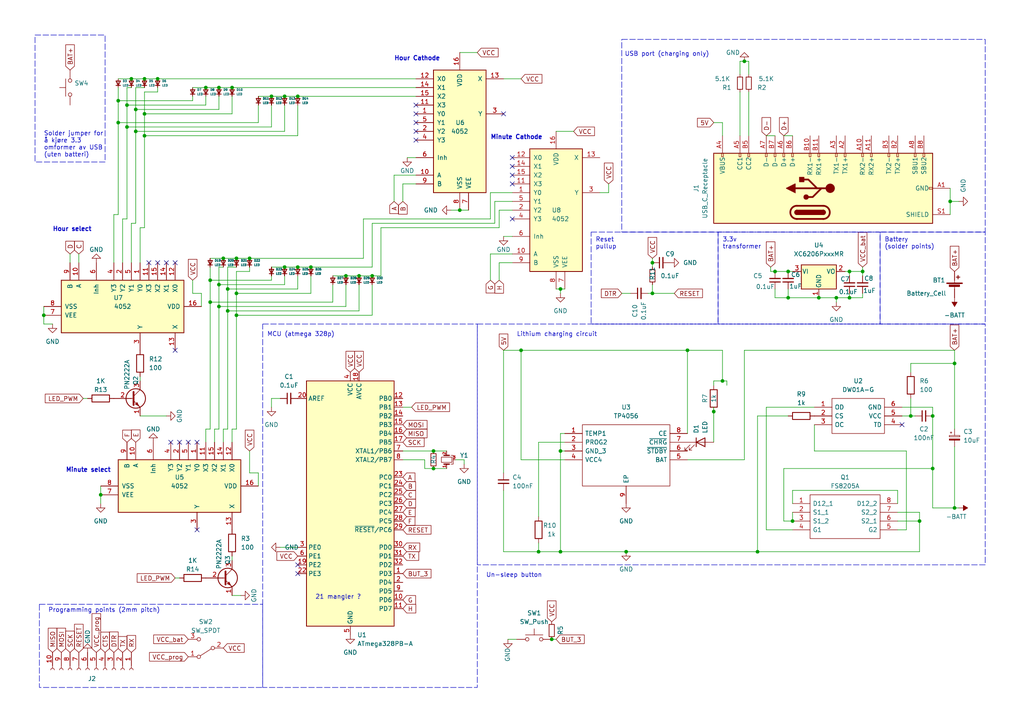
<source format=kicad_sch>
(kicad_sch (version 20230121) (generator eeschema)
  (paper "A4")
  (title_block (title "Dragon ball radar clock") (date "2025-01-03") (rev "1.0") (company "TODO: Include LED's and driving matrix"))
  (junction (at 66.04 90.17))
  (junction (at 29.21 143.51))
  (junction (at 78.74 27.94))
  (junction (at 63.5 82.55))
  (junction (at 12.7 91.44))
  (junction (at 66.04 83.82))
  (junction (at 224.79 78.74))
  (junction (at 151.13 101.6))
  (junction (at 250.19 78.74))
  (junction (at 229.87 151.13))
  (junction (at 39.37 31.75))
  (junction (at 242.57 86.36))
  (junction (at 125.73 130.81))
  (junction (at 86.36 27.94))
  (junction (at 41.91 39.37))
  (junction (at 60.96 87.63))
  (junction (at 270.51 135.89))
  (junction (at 68.58 85.09))
  (junction (at 270.51 120.65))
  (junction (at 162.56 83.82))
  (junction (at 38.1 22.86))
  (junction (at 209.55 110.49))
  (junction (at 34.29 35.56))
  (junction (at 59.69 25.4))
  (junction (at 41.91 33.02))
  (junction (at 64.77 74.93))
  (junction (at 34.29 29.21))
  (junction (at 68.58 74.93))
  (junction (at 162.56 160.02))
  (junction (at 207.01 119.38))
  (junction (at 90.17 77.47))
  (junction (at 100.33 80.01))
  (junction (at 72.39 74.93))
  (junction (at 228.6 86.36))
  (junction (at 82.55 77.47))
  (junction (at 36.83 36.83))
  (junction (at 276.86 105.41))
  (junction (at 215.9 17.78))
  (junction (at 276.86 147.32))
  (junction (at 36.83 30.48))
  (junction (at 199.39 101.6))
  (junction (at 133.35 60.96))
  (junction (at 104.14 80.01))
  (junction (at 246.38 86.36))
  (junction (at 160.02 185.42))
  (junction (at 86.36 77.47))
  (junction (at 67.31 25.4))
  (junction (at 63.5 88.9))
  (junction (at 45.72 22.86))
  (junction (at 39.37 38.1))
  (junction (at 246.38 78.74))
  (junction (at 219.71 160.02))
  (junction (at 125.73 135.89))
  (junction (at 82.55 27.94))
  (junction (at 189.23 76.2))
  (junction (at 237.49 86.36))
  (junction (at 275.59 58.42))
  (junction (at 60.96 81.28))
  (junction (at 107.95 80.01))
  (junction (at 41.91 22.86))
  (junction (at 181.61 160.02))
  (junction (at 162.56 130.81))
  (junction (at 266.7 151.13))
  (junction (at 189.23 85.09))
  (junction (at 63.5 25.4))
  (junction (at 156.21 160.02))
  (junction (at 228.6 78.74))
  (junction (at 68.58 91.44))
  (junction (at 264.16 120.65))
  (no_connect (at 86.36 163.83))
  (no_connect (at 146.05 33.02))
  (no_connect (at 86.36 166.37))
  (no_connect (at 52.07 128.27))
  (no_connect (at 49.53 128.27))
  (no_connect (at 120.65 33.02))
  (no_connect (at 45.72 76.2))
  (no_connect (at 50.8 76.2))
  (no_connect (at 148.59 45.72))
  (no_connect (at 50.8 101.6))
  (no_connect (at 120.65 38.1))
  (no_connect (at 54.61 128.27))
  (no_connect (at 120.65 40.64))
  (no_connect (at 57.15 128.27))
  (no_connect (at 120.65 35.56))
  (no_connect (at 148.59 48.26))
  (no_connect (at 148.59 63.5))
  (no_connect (at 48.26 76.2))
  (no_connect (at 261.62 123.19))
  (no_connect (at 120.65 30.48))
  (no_connect (at 148.59 50.8))
  (no_connect (at 148.59 53.34))
  (no_connect (at 57.15 153.67))
  (no_connect (at 43.18 76.2))
  (wire (pts (xy 224.79 78.74) (xy 223.52 78.74)))
  (wire (pts (xy 276.86 105.41) (xy 264.16 105.41)))
  (wire (pts (xy 246.38 86.36) (xy 250.19 86.36)))
  (wire (pts (xy 55.88 85.09) (xy 58.42 85.09)))
  (wire (pts (xy 162.56 83.82) (xy 162.56 85.09)))
  (wire (pts (xy 63.5 77.47) (xy 63.5 82.55)))
  (wire (pts (xy 180.34 85.09) (xy 182.88 85.09)))
  (wire (pts (xy 38.1 22.86) (xy 41.91 22.86)))
  (wire (pts (xy 104.14 90.17) (xy 66.04 90.17)))
  (wire (pts (xy 163.83 125.73) (xy 162.56 125.73)))
  (wire (pts (xy 228.6 83.82) (xy 228.6 86.36)))
  (wire (pts (xy 107.95 80.01) (xy 110.49 80.01)))
  (wire (pts (xy 214.63 26.67) (xy 214.63 39.37)))
  (wire (pts (xy 270.51 120.65) (xy 270.51 135.89)))
  (wire (pts (xy 250.19 77.47) (xy 250.19 78.74)))
  (wire (pts (xy 78.74 36.83) (xy 36.83 36.83)))
  (wire (pts (xy 207.01 118.11) (xy 207.01 119.38)))
  (wire (pts (xy 86.36 83.82) (xy 66.04 83.82)))
  (wire (pts (xy 144.78 81.28) (xy 144.78 76.2)))
  (wire (pts (xy 66.04 90.17) (xy 66.04 124.46)))
  (wire (pts (xy 215.9 101.6) (xy 276.86 101.6)))
  (wire (pts (xy 260.35 153.67) (xy 262.89 153.67)))
  (wire (pts (xy 100.33 80.01) (xy 104.14 80.01)))
  (wire (pts (xy 63.5 31.75) (xy 39.37 31.75)))
  (wire (pts (xy 110.49 66.04) (xy 110.49 80.01)))
  (wire (pts (xy 68.58 91.44) (xy 68.58 124.46)))
  (wire (pts (xy 217.17 17.78) (xy 217.17 21.59)))
  (wire (pts (xy 12.7 93.98) (xy 12.7 91.44)))
  (wire (pts (xy 90.17 77.47) (xy 107.95 77.47)))
  (wire (pts (xy 36.83 36.83) (xy 36.83 63.5)))
  (wire (pts (xy 142.24 81.28) (xy 142.24 73.66)))
  (wire (pts (xy 228.6 86.36) (xy 237.49 86.36)))
  (wire (pts (xy 146.05 68.58) (xy 148.59 68.58)))
  (wire (pts (xy 222.25 118.11) (xy 236.22 118.11)))
  (wire (pts (xy 86.36 27.94) (xy 120.65 27.94)))
  (wire (pts (xy 40.64 66.04) (xy 41.91 66.04)))
  (wire (pts (xy 86.36 39.37) (xy 41.91 39.37)))
  (wire (pts (xy 67.31 33.02) (xy 41.91 33.02)))
  (wire (pts (xy 262.89 153.67) (xy 262.89 130.81)))
  (wire (pts (xy 266.7 151.13) (xy 266.7 160.02)))
  (wire (pts (xy 55.88 25.4) (xy 59.69 25.4)))
  (wire (pts (xy 189.23 82.55) (xy 189.23 85.09)))
  (wire (pts (xy 236.22 130.81) (xy 236.22 123.19)))
  (wire (pts (xy 161.29 83.82) (xy 162.56 83.82)))
  (wire (pts (xy 15.24 93.98) (xy 12.7 93.98)))
  (wire (pts (xy 68.58 77.47) (xy 66.04 77.47)))
  (wire (pts (xy 107.95 91.44) (xy 68.58 91.44)))
  (wire (pts (xy 142.24 63.5) (xy 105.41 63.5)))
  (wire (pts (xy 67.31 27.94) (xy 67.31 33.02)))
  (wire (pts (xy 62.23 124.46) (xy 62.23 128.27)))
  (wire (pts (xy 229.87 148.59) (xy 229.87 151.13)))
  (wire (pts (xy 74.93 27.94) (xy 78.74 27.94)))
  (wire (pts (xy 82.55 77.47) (xy 86.36 77.47)))
  (wire (pts (xy 34.29 25.4) (xy 34.29 29.21)))
  (wire (pts (xy 219.71 120.65) (xy 219.71 160.02)))
  (wire (pts (xy 227.33 151.13) (xy 227.33 135.89)))
  (wire (pts (xy 104.14 82.55) (xy 104.14 90.17)))
  (wire (pts (xy 229.87 151.13) (xy 227.33 151.13)))
  (wire (pts (xy 34.29 35.56) (xy 34.29 62.23)))
  (wire (pts (xy 66.04 124.46) (xy 64.77 124.46)))
  (wire (pts (xy 166.37 38.1) (xy 161.29 38.1)))
  (wire (pts (xy 151.13 101.6) (xy 199.39 101.6)))
  (wire (pts (xy 63.5 88.9) (xy 63.5 124.46)))
  (wire (pts (xy 78.74 80.01) (xy 78.74 81.28)))
  (wire (pts (xy 100.33 88.9) (xy 63.5 88.9)))
  (wire (pts (xy 146.05 101.6) (xy 146.05 137.16)))
  (wire (pts (xy 261.62 118.11) (xy 270.51 118.11)))
  (wire (pts (xy 41.91 22.86) (xy 45.72 22.86)))
  (wire (pts (xy 276.86 105.41) (xy 276.86 124.46)))
  (wire (pts (xy 118.11 45.72) (xy 120.65 45.72)))
  (wire (pts (xy 96.52 82.55) (xy 96.52 87.63)))
  (wire (pts (xy 189.23 74.93) (xy 189.23 76.2)))
  (wire (pts (xy 63.5 124.46) (xy 62.23 124.46)))
  (wire (pts (xy 36.83 30.48) (xy 36.83 36.83)))
  (wire (pts (xy 96.52 80.01) (xy 100.33 80.01)))
  (wire (pts (xy 39.37 31.75) (xy 39.37 38.1)))
  (wire (pts (xy 72.39 137.16) (xy 74.93 137.16)))
  (wire (pts (xy 163.83 128.27) (xy 156.21 128.27)))
  (wire (pts (xy 224.79 86.36) (xy 228.6 86.36)))
  (wire (pts (xy 207.01 110.49) (xy 209.55 110.49)))
  (wire (pts (xy 142.24 55.88) (xy 142.24 63.5)))
  (wire (pts (xy 250.19 78.74) (xy 250.19 80.01)))
  (wire (pts (xy 67.31 25.4) (xy 120.65 25.4)))
  (wire (pts (xy 260.35 142.24) (xy 229.87 142.24)))
  (wire (pts (xy 156.21 160.02) (xy 162.56 160.02)))
  (wire (pts (xy 41.91 33.02) (xy 41.91 26.67)))
  (wire (pts (xy 59.69 25.4) (xy 63.5 25.4)))
  (wire (pts (xy 229.87 78.74) (xy 228.6 78.74)))
  (wire (pts (xy 199.39 101.6) (xy 209.55 101.6)))
  (wire (pts (xy 38.1 25.4) (xy 36.83 25.4)))
  (wire (pts (xy 227.33 135.89) (xy 270.51 135.89)))
  (wire (pts (xy 68.58 74.93) (xy 72.39 74.93)))
  (wire (pts (xy 246.38 85.09) (xy 246.38 86.36)))
  (wire (pts (xy 72.39 78.74) (xy 72.39 77.47)))
  (wire (pts (xy 67.31 124.46) (xy 67.31 128.27)))
  (wire (pts (xy 55.88 27.94) (xy 55.88 29.21)))
  (wire (pts (xy 116.84 58.42) (xy 116.84 53.34)))
  (wire (pts (xy 81.28 158.75) (xy 86.36 158.75)))
  (wire (pts (xy 275.59 58.42) (xy 275.59 54.61)))
  (wire (pts (xy 64.77 74.93) (xy 68.58 74.93)))
  (wire (pts (xy 90.17 85.09) (xy 68.58 85.09)))
  (wire (pts (xy 125.73 135.89) (xy 129.54 135.89)))
  (wire (pts (xy 130.81 60.96) (xy 133.35 60.96)))
  (wire (pts (xy 217.17 39.37) (xy 217.17 26.67)))
  (wire (pts (xy 59.69 30.48) (xy 36.83 30.48)))
  (wire (pts (xy 210.82 110.49) (xy 209.55 110.49)))
  (wire (pts (xy 60.96 74.93) (xy 64.77 74.93)))
  (wire (pts (xy 260.35 146.05) (xy 260.35 142.24)))
  (wire (pts (xy 74.93 35.56) (xy 34.29 35.56)))
  (wire (pts (xy 250.19 85.09) (xy 250.19 86.36)))
  (wire (pts (xy 35.56 63.5) (xy 35.56 76.2)))
  (wire (pts (xy 210.82 111.76) (xy 210.82 110.49)))
  (wire (pts (xy 39.37 31.75) (xy 39.37 25.4)))
  (wire (pts (xy 246.38 78.74) (xy 250.19 78.74)))
  (wire (pts (xy 50.8 167.64) (xy 52.07 167.64)))
  (wire (pts (xy 116.84 130.81) (xy 125.73 130.81)))
  (wire (pts (xy 260.35 148.59) (xy 266.7 148.59)))
  (wire (pts (xy 270.51 135.89) (xy 270.51 147.32)))
  (wire (pts (xy 162.56 130.81) (xy 163.83 130.81)))
  (wire (pts (xy 162.56 160.02) (xy 181.61 160.02)))
  (wire (pts (xy 270.51 118.11) (xy 270.51 120.65)))
  (wire (pts (xy 156.21 128.27) (xy 156.21 149.86)))
  (wire (pts (xy 86.36 77.47) (xy 90.17 77.47)))
  (wire (pts (xy 45.72 25.4) (xy 45.72 26.67)))
  (wire (pts (xy 67.31 161.29) (xy 67.31 162.56)))
  (wire (pts (xy 242.57 87.63) (xy 242.57 86.36)))
  (wire (pts (xy 222.25 153.67) (xy 222.25 118.11)))
  (wire (pts (xy 134.62 134.62) (xy 134.62 133.35)))
  (wire (pts (xy 199.39 133.35) (xy 215.9 133.35)))
  (wire (pts (xy 78.74 118.11) (xy 78.74 115.57)))
  (wire (pts (xy 264.16 120.65) (xy 261.62 120.65)))
  (wire (pts (xy 55.88 29.21) (xy 34.29 29.21)))
  (wire (pts (xy 214.63 21.59) (xy 214.63 17.78)))
  (wire (pts (xy 163.83 133.35) (xy 151.13 133.35)))
  (wire (pts (xy 229.87 153.67) (xy 222.25 153.67)))
  (wire (pts (xy 59.69 124.46) (xy 59.69 128.27)))
  (wire (pts (xy 146.05 101.6) (xy 151.13 101.6)))
  (wire (pts (xy 116.84 53.34) (xy 120.65 53.34)))
  (wire (pts (xy 123.19 135.89) (xy 125.73 135.89)))
  (wire (pts (xy 63.5 82.55) (xy 63.5 88.9)))
  (wire (pts (xy 242.57 86.36) (xy 237.49 86.36)))
  (wire (pts (xy 149.86 185.42) (xy 147.32 185.42)))
  (wire (pts (xy 78.74 30.48) (xy 78.74 36.83)))
  (wire (pts (xy 68.58 124.46) (xy 67.31 124.46)))
  (wire (pts (xy 74.93 30.48) (xy 74.93 35.56)))
  (wire (pts (xy 55.88 81.28) (xy 55.88 85.09)))
  (wire (pts (xy 82.55 82.55) (xy 63.5 82.55)))
  (wire (pts (xy 123.19 133.35) (xy 123.19 135.89)))
  (wire (pts (xy 242.57 86.36) (xy 246.38 86.36)))
  (wire (pts (xy 33.02 62.23) (xy 34.29 62.23)))
  (wire (pts (xy 270.51 147.32) (xy 276.86 147.32)))
  (wire (pts (xy 107.95 82.55) (xy 107.95 91.44)))
  (wire (pts (xy 245.11 78.74) (xy 246.38 78.74)))
  (wire (pts (xy 104.14 80.01) (xy 107.95 80.01)))
  (wire (pts (xy 214.63 17.78) (xy 215.9 17.78)))
  (wire (pts (xy 36.83 25.4) (xy 36.83 30.48)))
  (wire (pts (xy 41.91 25.4) (xy 39.37 25.4)))
  (wire (pts (xy 138.43 15.24) (xy 133.35 15.24)))
  (wire (pts (xy 78.74 27.94) (xy 82.55 27.94)))
  (wire (pts (xy 86.36 80.01) (xy 86.36 83.82)))
  (wire (pts (xy 276.86 101.6) (xy 276.86 105.41)))
  (wire (pts (xy 41.91 39.37) (xy 41.91 66.04)))
  (wire (pts (xy 142.24 73.66) (xy 148.59 73.66)))
  (wire (pts (xy 60.96 124.46) (xy 59.69 124.46)))
  (wire (pts (xy 29.21 143.51) (xy 29.21 140.97)))
  (wire (pts (xy 189.23 85.09) (xy 195.58 85.09)))
  (wire (pts (xy 107.95 64.77) (xy 143.51 64.77)))
  (wire (pts (xy 148.59 58.42) (xy 143.51 58.42)))
  (wire (pts (xy 40.64 109.22) (xy 40.64 110.49)))
  (wire (pts (xy 38.1 64.77) (xy 38.1 76.2)))
  (wire (pts (xy 34.29 29.21) (xy 34.29 35.56)))
  (wire (pts (xy 60.96 77.47) (xy 60.96 81.28)))
  (wire (pts (xy 144.78 60.96) (xy 144.78 66.04)))
  (wire (pts (xy 276.86 129.54) (xy 276.86 147.32)))
  (wire (pts (xy 105.41 63.5) (xy 105.41 74.93)))
  (wire (pts (xy 20.32 73.66) (xy 20.32 76.2)))
  (wire (pts (xy 22.86 73.66) (xy 22.86 76.2)))
  (wire (pts (xy 162.56 83.82) (xy 163.83 83.82)))
  (wire (pts (xy 72.39 74.93) (xy 105.41 74.93)))
  (wire (pts (xy 67.31 172.72) (xy 69.85 172.72)))
  (wire (pts (xy 215.9 17.78) (xy 217.17 17.78)))
  (wire (pts (xy 60.96 81.28) (xy 60.96 87.63)))
  (wire (pts (xy 33.02 62.23) (xy 33.02 76.2)))
  (wire (pts (xy 58.42 85.09) (xy 58.42 88.9)))
  (wire (pts (xy 72.39 130.81) (xy 72.39 137.16)))
  (wire (pts (xy 276.86 147.32) (xy 278.13 147.32)))
  (wire (pts (xy 40.64 66.04) (xy 40.64 76.2)))
  (wire (pts (xy 82.55 80.01) (xy 82.55 82.55)))
  (wire (pts (xy 45.72 22.86) (xy 120.65 22.86)))
  (wire (pts (xy 260.35 151.13) (xy 266.7 151.13)))
  (wire (pts (xy 264.16 115.57) (xy 264.16 120.65)))
  (wire (pts (xy 173.99 55.88) (xy 176.53 55.88)))
  (wire (pts (xy 262.89 130.81) (xy 236.22 130.81)))
  (wire (pts (xy 246.38 78.74) (xy 246.38 80.01)))
  (wire (pts (xy 39.37 38.1) (xy 39.37 64.77)))
  (wire (pts (xy 223.52 78.74) (xy 223.52 77.47)))
  (wire (pts (xy 133.35 60.96) (xy 135.89 60.96)))
  (wire (pts (xy 64.77 124.46) (xy 64.77 128.27)))
  (wire (pts (xy 215.9 133.35) (xy 215.9 101.6)))
  (wire (pts (xy 125.73 130.81) (xy 129.54 130.81)))
  (wire (pts (xy 116.84 133.35) (xy 123.19 133.35)))
  (wire (pts (xy 24.13 115.57) (xy 25.4 115.57)))
  (wire (pts (xy 224.79 83.82) (xy 224.79 86.36)))
  (wire (pts (xy 162.56 125.73) (xy 162.56 130.81)))
  (wire (pts (xy 275.59 58.42) (xy 278.13 58.42)))
  (wire (pts (xy 160.02 185.42) (xy 161.29 185.42)))
  (wire (pts (xy 144.78 76.2) (xy 148.59 76.2)))
  (wire (pts (xy 59.69 27.94) (xy 59.69 30.48)))
  (wire (pts (xy 78.74 81.28) (xy 60.96 81.28)))
  (wire (pts (xy 209.55 35.56) (xy 207.01 35.56)))
  (wire (pts (xy 35.56 63.5) (xy 36.83 63.5)))
  (wire (pts (xy 266.7 148.59) (xy 266.7 151.13)))
  (wire (pts (xy 209.55 110.49) (xy 209.55 101.6)))
  (wire (pts (xy 207.01 111.76) (xy 207.01 110.49)))
  (wire (pts (xy 189.23 76.2) (xy 189.23 77.47)))
  (wire (pts (xy 222.25 39.37) (xy 224.79 39.37)))
  (wire (pts (xy 264.16 105.41) (xy 264.16 107.95)))
  (wire (pts (xy 41.91 26.67) (xy 45.72 26.67)))
  (wire (pts (xy 148.59 60.96) (xy 144.78 60.96)))
  (wire (pts (xy 114.3 50.8) (xy 120.65 50.8)))
  (wire (pts (xy 96.52 87.63) (xy 60.96 87.63)))
  (wire (pts (xy 82.55 38.1) (xy 39.37 38.1)))
  (wire (pts (xy 181.61 160.02) (xy 219.71 160.02)))
  (wire (pts (xy 68.58 85.09) (xy 68.58 91.44)))
  (wire (pts (xy 68.58 85.09) (xy 68.58 78.74)))
  (wire (pts (xy 229.87 142.24) (xy 229.87 146.05)))
  (wire (pts (xy 144.78 66.04) (xy 110.49 66.04)))
  (wire (pts (xy 68.58 78.74) (xy 72.39 78.74)))
  (wire (pts (xy 207.01 119.38) (xy 207.01 128.27)))
  (wire (pts (xy 151.13 101.6) (xy 151.13 133.35)))
  (wire (pts (xy 228.6 120.65) (xy 219.71 120.65)))
  (wire (pts (xy 275.59 62.23) (xy 275.59 58.42)))
  (wire (pts (xy 34.29 22.86) (xy 38.1 22.86)))
  (wire (pts (xy 146.05 142.24) (xy 146.05 160.02)))
  (wire (pts (xy 156.21 157.48) (xy 156.21 160.02)))
  (wire (pts (xy 107.95 64.77) (xy 107.95 77.47)))
  (wire (pts (xy 189.23 85.09) (xy 187.96 85.09)))
  (wire (pts (xy 86.36 30.48) (xy 86.36 39.37)))
  (wire (pts (xy 74.93 137.16) (xy 74.93 140.97)))
  (wire (pts (xy 78.74 77.47) (xy 82.55 77.47)))
  (wire (pts (xy 100.33 82.55) (xy 100.33 88.9)))
  (wire (pts (xy 41.91 33.02) (xy 41.91 39.37)))
  (wire (pts (xy 29.21 143.51) (xy 29.21 146.05)))
  (wire (pts (xy 12.7 88.9) (xy 12.7 91.44)))
  (wire (pts (xy 82.55 30.48) (xy 82.55 38.1)))
  (wire (pts (xy 162.56 130.81) (xy 162.56 160.02)))
  (wire (pts (xy 119.38 118.11) (xy 116.84 118.11)))
  (wire (pts (xy 60.96 87.63) (xy 60.96 124.46)))
  (wire (pts (xy 40.64 120.65) (xy 48.26 120.65)))
  (wire (pts (xy 78.74 115.57) (xy 81.28 115.57)))
  (wire (pts (xy 82.55 27.94) (xy 86.36 27.94)))
  (wire (pts (xy 199.39 101.6) (xy 199.39 125.73)))
  (wire (pts (xy 227.33 39.37) (xy 229.87 39.37)))
  (wire (pts (xy 63.5 25.4) (xy 67.31 25.4)))
  (wire (pts (xy 176.53 55.88) (xy 176.53 53.34)))
  (wire (pts (xy 265.43 120.65) (xy 264.16 120.65)))
  (wire (pts (xy 114.3 58.42) (xy 114.3 50.8)))
  (wire (pts (xy 66.04 83.82) (xy 66.04 90.17)))
  (wire (pts (xy 38.1 64.77) (xy 39.37 64.77)))
  (wire (pts (xy 63.5 27.94) (xy 63.5 31.75)))
  (wire (pts (xy 64.77 77.47) (xy 63.5 77.47)))
  (wire (pts (xy 151.13 22.86) (xy 146.05 22.86)))
  (wire (pts (xy 66.04 83.82) (xy 66.04 77.47)))
  (wire (pts (xy 90.17 80.01) (xy 90.17 85.09)))
  (wire (pts (xy 146.05 160.02) (xy 156.21 160.02)))
  (wire (pts (xy 219.71 160.02) (xy 266.7 160.02)))
  (wire (pts (xy 148.59 55.88) (xy 142.24 55.88)))
  (wire (pts (xy 134.62 133.35) (xy 132.08 133.35)))
  (wire (pts (xy 209.55 39.37) (xy 209.55 35.56)))
  (wire (pts (xy 143.51 58.42) (xy 143.51 64.77)))
  (wire (pts (xy 228.6 78.74) (xy 224.79 78.74)))
  (rectangle (start 10.16 10.16) (end 30.48 46.99) (stroke (width 0) (type dash)))
  (rectangle (start 171.45 67.31) (end 208.28 93.98) (stroke (width 0) (type dash)))
  (rectangle (start 76.2 93.98) (end 138.43 199.39) (stroke (width 0) (type dash)))
  (rectangle (start 138.43 93.98) (end 285.75 163.83) (stroke (width 0) (type dash)))
  (rectangle (start 180.34 11.43) (end 285.75 67.31) (stroke (width 0) (type dash)))
  (rectangle (start 208.28 67.31) (end 255.27 93.98) (stroke (width 0) (type dash)))
  (rectangle (start 11.43 175.26) (end 76.2 199.39) (stroke (width 0) (type dash)))
  (rectangle (start 255.27 67.31) (end 285.75 93.98) (stroke (width 0) (type dash)))
  (text "21 mangler ?" (at 91.44 173.99 0) (effects (font (size 1.27 1.27)) (justify left bottom)))
  (text "Reset\npullup" (at 172.72 72.39 0) (effects (font (size 1.27 1.27)) (justify left bottom)))
  (text "Solder jumper for \nå kjøre 3.3 \nomformer av USB \n(uten batteri)" (at 12.7 45.72 0) (effects (font (size 1.27 1.27)) (justify left bottom)))
  (text "Hour Cathode\n" (at 114.3 17.78 0) (effects (font (size 1.27 1.27) (thickness 0.254) bold) (justify left bottom)))
  (text "Minute select" (at 19.05 137.16 0) (effects (font (size 1.27 1.27) (thickness 0.254) bold) (justify left bottom)))
  (text "Un-sleep button" (at 140.97 167.64 0) (effects (font (size 1.27 1.27)) (justify left bottom)))
  (text "Programming points (2mm pitch)" (at 13.97 177.8 0) (effects (font (size 1.27 1.27)) (justify left bottom)))
  (text "Lithium charging circuit" (at 149.86 97.79 0) (effects (font (size 1.27 1.27)) (justify left bottom)))
  (text "Minute Cathode" (at 142.24 40.64 0) (effects (font (size 1.27 1.27) (thickness 0.254) bold) (justify left bottom)))
  (text "Hour select" (at 15.24 67.31 0) (effects (font (size 1.27 1.27) (thickness 0.254) bold) (justify left bottom)))
  (text "3.3v\ntransformer" (at 209.55 72.39 0) (effects (font (size 1.27 1.27)) (justify left bottom)))
  (text "MCU (atmega 328p)" (at 77.47 97.79 0) (effects (font (size 1.27 1.27)) (justify left bottom)))
  (text "Battery\n(solder points)" (at 256.54 72.39 0) (effects (font (size 1.27 1.27)) (justify left bottom)))
  (text "USB port (charging only)" (at 205.74 16.51 0) (effects (font (size 1.27 1.27)) (justify right bottom)))
  (global_label "LED_PWM" (shape input) (at 50.8 167.64 180) (property "Intersheetrefs" "${INTERSHEET_REFS}" (effects hide)))
  (global_label "CTS" (shape input) (at 30.48 189.23 90) (property "Intersheetrefs" "${INTERSHEET_REFS}" (effects hide)))
  (global_label "G" (shape input) (at 142.24 81.28 270) (property "Intersheetrefs" "${INTERSHEET_REFS}" (effects hide)))
  (global_label "BAT+" (shape input) (at 276.86 78.74 90) (property "Intersheetrefs" "${INTERSHEET_REFS}" (effects hide)))
  (global_label "VCC" (shape input) (at 55.88 81.28 90) (property "Intersheetrefs" "${INTERSHEET_REFS}" (effects hide)))
  (global_label "B" (shape input) (at 116.84 58.42 270) (property "Intersheetrefs" "${INTERSHEET_REFS}" (effects hide)))
  (global_label "H" (shape input) (at 116.84 176.53 0) (property "Intersheetrefs" "${INTERSHEET_REFS}" (effects hide)))
  (global_label "E" (shape input) (at 116.84 148.59 0) (property "Intersheetrefs" "${INTERSHEET_REFS}" (effects hide)))
  (global_label "MISO" (shape input) (at 116.84 125.73 0) (property "Intersheetrefs" "${INTERSHEET_REFS}" (effects hide)))
  (global_label "E" (shape input) (at 39.37 128.27 90) (property "Intersheetrefs" "${INTERSHEET_REFS}" (effects hide)))
  (global_label "DTR" (shape input) (at 33.02 189.23 90) (property "Intersheetrefs" "${INTERSHEET_REFS}" (effects hide)))
  (global_label "VCC" (shape input) (at 151.13 22.86 0) (property "Intersheetrefs" "${INTERSHEET_REFS}" (effects hide)))
  (global_label "MOSI" (shape input) (at 116.84 123.19 0) (property "Intersheetrefs" "${INTERSHEET_REFS}" (effects hide)))
  (global_label "VCC" (shape input) (at 189.23 74.93 90) (property "Intersheetrefs" "${INTERSHEET_REFS}" (effects hide)))
  (global_label "VCC" (shape input) (at 138.43 15.24 0) (property "Intersheetrefs" "${INTERSHEET_REFS}" (effects hide)))
  (global_label "MISO" (shape input) (at 15.24 189.23 90) (property "Intersheetrefs" "${INTERSHEET_REFS}" (effects hide)))
  (global_label "LED_PWM" (shape input) (at 119.38 118.11 0) (property "Intersheetrefs" "${INTERSHEET_REFS}" (effects hide)))
  (global_label "H" (shape input) (at 144.78 81.28 270) (property "Intersheetrefs" "${INTERSHEET_REFS}" (effects hide)))
  (global_label "A" (shape input) (at 116.84 138.43 0) (property "Intersheetrefs" "${INTERSHEET_REFS}" (effects hide)))
  (global_label "VCC" (shape input) (at 72.39 130.81 90) (property "Intersheetrefs" "${INTERSHEET_REFS}" (effects hide)))
  (global_label "RX" (shape input) (at 116.84 158.75 0) (property "Intersheetrefs" "${INTERSHEET_REFS}" (effects hide)))
  (global_label "VCC" (shape input) (at 64.77 187.96 0) (property "Intersheetrefs" "${INTERSHEET_REFS}" (effects hide)))
  (global_label "LED_PWM" (shape input) (at 24.13 115.57 180) (property "Intersheetrefs" "${INTERSHEET_REFS}" (effects hide)))
  (global_label "VCC" (shape input) (at 86.36 161.29 180) (property "Intersheetrefs" "${INTERSHEET_REFS}" (effects hide)))
  (global_label "VCC_prog" (shape input) (at 54.61 190.5 180) (property "Intersheetrefs" "${INTERSHEET_REFS}" (effects hide)))
  (global_label "BAT+" (shape input) (at 223.52 77.47 90) (property "Intersheetrefs" "${INTERSHEET_REFS}" (effects hide)))
  (global_label "VCC_bat" (shape input) (at 54.61 185.42 180) (property "Intersheetrefs" "${INTERSHEET_REFS}" (effects hide)))
  (global_label "VCC" (shape input) (at 101.6 107.95 90) (property "Intersheetrefs" "${INTERSHEET_REFS}" (effects hide)))
  (global_label "F" (shape input) (at 116.84 151.13 0) (property "Intersheetrefs" "${INTERSHEET_REFS}" (effects hide)))
  (global_label "C" (shape input) (at 116.84 143.51 0) (property "Intersheetrefs" "${INTERSHEET_REFS}" (effects hide)))
  (global_label "F" (shape input) (at 36.83 128.27 90) (property "Intersheetrefs" "${INTERSHEET_REFS}" (effects hide)))
  (global_label "A" (shape input) (at 114.3 58.42 270) (property "Intersheetrefs" "${INTERSHEET_REFS}" (effects hide)))
  (global_label "VCC" (shape input) (at 160.02 180.34 90) (property "Intersheetrefs" "${INTERSHEET_REFS}" (effects hide)))
  (global_label "C" (shape input) (at 22.86 73.66 90) (property "Intersheetrefs" "${INTERSHEET_REFS}" (effects hide)))
  (global_label "5V" (shape input) (at 146.05 101.6 90) (property "Intersheetrefs" "${INTERSHEET_REFS}" (effects hide)))
  (global_label "VCC" (shape input) (at 166.37 38.1 0) (property "Intersheetrefs" "${INTERSHEET_REFS}" (effects hide)))
  (global_label "VCC" (shape input) (at 176.53 53.34 90) (property "Intersheetrefs" "${INTERSHEET_REFS}" (effects hide)))
  (global_label "VCC" (shape input) (at 104.14 107.95 90) (property "Intersheetrefs" "${INTERSHEET_REFS}" (effects hide)))
  (global_label "RESET" (shape input) (at 22.86 189.23 90) (property "Intersheetrefs" "${INTERSHEET_REFS}" (effects hide)))
  (global_label "5V" (shape input) (at 207.01 35.56 180) (property "Intersheetrefs" "${INTERSHEET_REFS}" (effects hide)))
  (global_label "D+" (shape input) (at 227.33 39.37 90) (property "Intersheetrefs" "${INTERSHEET_REFS}" (effects hide)))
  (global_label "D" (shape input) (at 116.84 146.05 0) (property "Intersheetrefs" "${INTERSHEET_REFS}" (effects hide)))
  (global_label "RX" (shape input) (at 38.1 189.23 90) (property "Intersheetrefs" "${INTERSHEET_REFS}" (effects hide)))
  (global_label "VCC_prog" (shape input) (at 27.94 189.23 90) (property "Intersheetrefs" "${INTERSHEET_REFS}" (effects hide)))
  (global_label "TX" (shape input) (at 116.84 161.29 0) (property "Intersheetrefs" "${INTERSHEET_REFS}" (effects hide)))
  (global_label "DTR" (shape input) (at 180.34 85.09 180) (property "Intersheetrefs" "${INTERSHEET_REFS}" (effects hide)))
  (global_label "RESET" (shape input) (at 116.84 153.67 0) (property "Intersheetrefs" "${INTERSHEET_REFS}" (effects hide)))
  (global_label "BUT_3" (shape input) (at 161.29 185.42 0) (property "Intersheetrefs" "${INTERSHEET_REFS}" (effects hide)))
  (global_label "TX" (shape input) (at 35.56 189.23 90) (property "Intersheetrefs" "${INTERSHEET_REFS}" (effects hide)))
  (global_label "BAT+" (shape input) (at 276.86 101.6 90) (property "Intersheetrefs" "${INTERSHEET_REFS}" (effects hide)))
  (global_label "D" (shape input) (at 20.32 73.66 90) (property "Intersheetrefs" "${INTERSHEET_REFS}" (effects hide)))
  (global_label "MOSI" (shape input) (at 17.78 189.23 90) (property "Intersheetrefs" "${INTERSHEET_REFS}" (effects hide)))
  (global_label "BUT_3" (shape input) (at 116.84 166.37 0) (property "Intersheetrefs" "${INTERSHEET_REFS}" (effects hide)))
  (global_label "RESET" (shape input) (at 195.58 85.09 0) (property "Intersheetrefs" "${INTERSHEET_REFS}" (effects hide)))
  (global_label "SCK" (shape input) (at 20.32 189.23 90) (property "Intersheetrefs" "${INTERSHEET_REFS}" (effects hide)))
  (global_label "VCC_bat" (shape input) (at 250.19 77.47 90) (property "Intersheetrefs" "${INTERSHEET_REFS}" (effects hide)))
  (global_label "B" (shape input) (at 116.84 140.97 0) (property "Intersheetrefs" "${INTERSHEET_REFS}" (effects hide)))
  (global_label "D-" (shape input) (at 222.25 39.37 90) (property "Intersheetrefs" "${INTERSHEET_REFS}" (effects hide)))
  (global_label "G" (shape input) (at 116.84 173.99 0) (property "Intersheetrefs" "${INTERSHEET_REFS}" (effects hide)))
  (global_label "BAT+" (shape input) (at 20.32 20.32 90) (property "Intersheetrefs" "${INTERSHEET_REFS}" (effects hide)))
  (global_label "SCK" (shape input) (at 116.84 128.27 0) (property "Intersheetrefs" "${INTERSHEET_REFS}" (effects hide)))
  (symbol (lib_id "Device:R") (at 29.21 115.57 270) (unit 1)
    (property "Reference" "R13" (at 29.21 113.03 90))
    (property "Value" "1K" (at 29.21 110.49 90))
    (property "Footprint" "Resistor_SMD:R_0603_1608Metric" (effects hide))
  )
  (symbol (lib_id "4xxx:4052") (at 161.29 60.96 0) (unit 1)
    (property "Reference" "U8" (at 160.02 60.96 0) (effects (justify left)))
    (property "Value" "4052" (at 160.02 63.5 0) (effects (justify left)))
    (property "Footprint" "Package_SO:SOIC-16_3.9x9.9mm_P1.27mm" (effects hide))
    (property "Datasheet" "http://www.intersil.com/content/dam/Intersil/documents/cd40/cd4051bms-52bms-53bms.pdf" (effects hide))
  )
  (symbol (lib_id "Device:C_Small") (at 146.05 139.7 0) (unit 1)
    (property "Reference" "C4" (at 148.59 138.4362 0) (effects (justify left)))
    (property "Value" "100nF" (at 148.59 140.9762 0) (effects (justify left)))
    (property "Footprint" "Capacitor_SMD:C_0603_1608Metric" (effects hide))
  )
  (symbol (lib_id "Device:LED") (at 203.2 128.27 0) (unit 1)
    (property "Reference" "D1" (at 201.93 125.73 90) (effects (justify left)))
    (property "Value" "LED" (at 204.47 125.73 90) (effects (justify left)))
    (property "Footprint" "LED_SMD:LED_0805_2012Metric" (effects hide))
  )
  (symbol (lib_id "power:-BATT") (at 278.13 147.32 270) (unit 1)
    (property "Reference" "#PWR011" (effects hide))
    (property "Value" "-BATT" (at 274.32 149.86 90) (effects (justify left)))
  )
  (symbol (lib_name "LED_1") (lib_id "Device:LED") (at 96.52 81.28 90) (unit 1)
    (property "Reference" "D27" (at 97.79 80.645 90) (effects (font (size 0.6 0.6)) (justify right)))
    (property "Value" "LED" (at 97.79 81.915 90) (effects (font (size 0.6 0.6)) (justify right)))
    (property "Footprint" "LED_SMD:LED_0805_2012Metric" (effects hide))
  )
  (symbol (lib_id "power:GND") (at 29.21 146.05 0) (unit 1)
    (property "Reference" "#PWR016" (effects hide))
    (property "Value" "GND" (at 29.21 151.13 0))
  )
  (symbol (lib_id "Device:C_Small") (at 83.82 115.57 90) (unit 1)
    (property "Reference" "C1" (at 83.8263 109.22 90))
    (property "Value" "0.1uF" (at 83.8263 111.76 90))
    (property "Footprint" "Capacitor_SMD:C_0603_1608Metric" (effects hide))
  )
  (symbol (lib_id "Device:C_Small") (at 224.79 81.28 180) (unit 1)
    (property "Reference" "C5" (at 218.44 80.01 0) (effects (justify right)))
    (property "Value" "0.1uF" (at 219.221 83.1445 0) (effects (justify right)))
    (property "Footprint" "Capacitor_SMD:C_0603_1608Metric" (effects hide))
  )
  (symbol (lib_id "Device:C_Small") (at 246.38 82.55 180) (unit 1)
    (property "Reference" "C7" (at 243.7382 80.9474 0) (effects (justify right)))
    (property "Value" "0.1uF" (at 243.2888 84.6425 0) (effects (justify right)))
    (property "Footprint" "Capacitor_SMD:C_0603_1608Metric" (effects hide))
  )
  (symbol (lib_name "LED_1") (lib_id "Device:LED") (at 86.36 29.21 90) (unit 1)
    (property "Reference" "D14" (at 87.63 28.575 90) (effects (font (size 0.6 0.6)) (justify right)))
    (property "Value" "LED" (at 87.63 29.845 90) (effects (font (size 0.6 0.6)) (justify right)))
    (property "Footprint" "LED_SMD:LED_0805_2012Metric" (effects hide))
  )
  (symbol (lib_name "LED_1") (lib_id "Device:LED") (at 41.91 24.13 90) (unit 1)
    (property "Reference" "D5" (at 43.18 23.495 90) (effects (font (size 0.6 0.6)) (justify right)))
    (property "Value" "LED" (at 43.18 24.765 90) (effects (font (size 0.6 0.6)) (justify right)))
    (property "Footprint" "LED_SMD:LED_0805_2012Metric" (effects hide))
  )
  (symbol (lib_id "power:GND") (at 147.32 185.42 0) (unit 1)
    (property "Reference" "#PWR08" (effects hide))
    (property "Value" "GND" (at 147.2091 187.8734 90) (effects (justify right)))
  )
  (symbol (lib_id "power:GND") (at 118.11 45.72 0) (unit 1)
    (property "Reference" "#PWR022" (effects hide))
    (property "Value" "GND" (at 118.11 49.53 0))
  )
  (symbol (lib_id "power:GND") (at 101.6 184.15 0) (unit 1)
    (property "Reference" "#PWR07" (effects hide))
    (property "Value" "GND" (at 101.6 189.23 0))
  )
  (symbol (lib_id "power:-BATT") (at 276.86 86.36 180) (unit 1)
    (property "Reference" "#PWR09" (effects hide))
    (property "Value" "-BATT" (at 276.86 91.44 0))
  )
  (symbol (lib_name "LED_1") (lib_id "Device:LED") (at 55.88 26.67 90) (unit 1)
    (property "Reference" "D7" (at 57.15 26.035 90) (effects (font (size 0.6 0.6)) (justify right)))
    (property "Value" "LED" (at 57.15 27.305 90) (effects (font (size 0.6 0.6)) (justify right)))
    (property "Footprint" "LED_SMD:LED_0805_2012Metric" (effects hide))
  )
  (symbol (lib_id "power:GND") (at 25.4 189.23 180) (unit 1)
    (property "Reference" "#PWR03" (effects hide))
    (property "Value" "GND" (at 25.4 186.69 90) (effects (justify right)))
  )
  (symbol (lib_id "power:GND") (at 130.81 60.96 270) (unit 1)
    (property "Reference" "#PWR021" (effects hide))
    (property "Value" "GND" (at 127 60.96 90) (effects (justify right)))
  )
  (symbol (lib_id "4xxx:4052") (at 133.35 38.1 0) (unit 1)
    (property "Reference" "U6" (at 132.08 35.56 0) (effects (justify left)))
    (property "Value" "4052" (at 130.81 38.1 0) (effects (justify left)))
    (property "Footprint" "Package_SO:SOIC-16_3.9x9.9mm_P1.27mm" (effects hide))
    (property "Datasheet" "http://www.intersil.com/content/dam/Intersil/documents/cd40/cd4051bms-52bms-53bms.pdf" (effects hide))
  )
  (symbol (lib_id "power:GND") (at 278.13 58.42 90) (unit 1)
    (property "Reference" "#PWR02" (effects hide))
    (property "Value" "GND" (at 279.3999 55.88 0) (effects (justify left)))
  )
  (symbol (lib_id "power:GND") (at 134.62 134.62 0) (unit 1)
    (property "Reference" "#PWR05" (effects hide))
    (property "Value" "GND" (at 134.62 139.7 0))
  )
  (symbol (lib_id "power:GND") (at 27.94 76.2 180) (unit 1)
    (property "Reference" "#PWR020" (effects hide))
    (property "Value" "GND" (at 27.94 72.39 0))
  )
  (symbol (lib_name "LED_1") (lib_id "Device:LED") (at 67.31 26.67 90) (unit 1)
    (property "Reference" "D10" (at 68.58 26.035 90) (effects (font (size 0.6 0.6)) (justify right)))
    (property "Value" "LED" (at 68.58 27.305 90) (effects (font (size 0.6 0.6)) (justify right)))
    (property "Footprint" "LED_SMD:LED_0805_2012Metric" (effects hide))
  )
  (symbol (lib_name "LED_1") (lib_id "Device:LED") (at 60.96 76.2 90) (unit 1)
    (property "Reference" "D19" (at 62.23 75.565 90) (effects (font (size 0.6 0.6)) (justify right)))
    (property "Value" "LED" (at 62.23 76.835 90) (effects (font (size 0.6 0.6)) (justify right)))
    (property "Footprint" "LED_SMD:LED_0805_2012Metric" (effects hide))
  )
  (symbol (lib_id "Device:R_Small") (at 125.73 133.35 0) (unit 1)
    (property "Reference" "R4" (at 125.73 134.62 90) (effects (justify left)))
    (property "Value" "1M" (effects hide))
    (property "Footprint" "Resistor_SMD:R_0603_1608Metric" (effects hide))
  )
  (symbol (lib_id "4xxx:4052") (at 52.07 140.97 270) (unit 1)
    (property "Reference" "U5" (at 52.07 138.43 90))
    (property "Value" "4052" (at 52.07 140.97 90))
    (property "Footprint" "Package_SO:SOIC-16_3.9x9.9mm_P1.27mm" (effects hide))
    (property "Datasheet" "http://www.intersil.com/content/dam/Intersil/documents/cd40/cd4051bms-52bms-53bms.pdf" (effects hide))
  )
  (symbol (lib_id "power:GND") (at 242.57 87.63 0) (unit 1)
    (property "Reference" "#PWR013" (effects hide))
    (property "Value" "GND" (at 242.57 92.71 0))
  )
  (symbol (lib_id "power:GND") (at 215.9 17.78 180) (unit 1)
    (property "Reference" "#PWR01" (effects hide))
    (property "Value" "GND" (at 214.63 15.24 0) (effects (justify left)))
  )
  (symbol (lib_id "Device:R") (at 40.64 105.41 0) (unit 1)
    (property "Reference" "R12" (at 43.18 104.14 0) (effects (justify left)))
    (property "Value" "100" (at 43.18 106.68 0) (effects (justify left)))
    (property "Footprint" "Resistor_SMD:R_0603_1608Metric" (effects hide))
  )
  (symbol (lib_id "power:GND") (at 69.85 172.72 90) (unit 1)
    (property "Reference" "#PWR018" (effects hide))
    (property "Value" "GND" (at 73.66 172.72 0))
  )
  (symbol (lib_id "custom:FS8205A") (at 229.87 146.05 0) (unit 1)
    (property "Reference" "Q1" (at 245.11 138.43 0))
    (property "Value" "FS8205A" (at 245.11 140.97 0))
    (property "Footprint" "FS8205A:SOP65P640X120-8N" (effects hide))
    (property "Datasheet" "http://www.ic-fortune.com/upload/Download/FS8205A-DS-12_EN.pdf" (effects hide))
    (property "Description" "Dual N-Channel Enahncement Mode Power MOSFET" (effects hide))
    (property "Height" "1.2" (effects hide))
    (property "Manufacturer_Name" "Fortune Semiconductor Corporation" (effects hide))
    (property "Manufacturer_Part_Number" "FS8205A" (effects hide))
  )
  (symbol (lib_name "LED_1") (lib_id "Device:LED") (at 64.77 76.2 90) (unit 1)
    (property "Reference" "D20" (at 66.04 75.565 90) (effects (font (size 0.6 0.6)) (justify right)))
    (property "Value" "LED" (at 66.04 76.835 90) (effects (font (size 0.6 0.6)) (justify right)))
    (property "Footprint" "LED_SMD:LED_0805_2012Metric" (effects hide))
  )
  (symbol (lib_name "LED_1") (lib_id "Device:LED") (at 82.55 29.21 90) (unit 1)
    (property "Reference" "D13" (at 83.82 28.575 90) (effects (font (size 0.6 0.6)) (justify right)))
    (property "Value" "LED" (at 83.82 29.845 90) (effects (font (size 0.6 0.6)) (justify right)))
    (property "Footprint" "LED_SMD:LED_0805_2012Metric" (effects hide))
  )
  (symbol (lib_id "power:GND") (at 44.45 128.27 180) (unit 1)
    (property "Reference" "#PWR019" (effects hide))
    (property "Value" "GND" (at 44.45 124.46 0))
  )
  (symbol (lib_id "Device:R") (at 55.88 167.64 270) (unit 1)
    (property "Reference" "R14" (at 55.88 165.1 90))
    (property "Value" "1K" (at 55.88 162.56 90))
    (property "Footprint" "Resistor_SMD:R_0603_1608Metric" (effects hide))
  )
  (symbol (lib_id "Device:Crystal_GND3_Small") (at 129.54 133.35 90) (unit 1)
    (property "Reference" "Y1" (at 135.89 132.08 90) (effects (justify left)))
    (property "Value" "Crystal_GND3_Small" (effects hide))
    (property "Footprint" "fish_watch:3213 crystal" (effects hide))
  )
  (symbol (lib_name "LED_1") (lib_id "Device:LED") (at 63.5 26.67 90) (unit 1)
    (property "Reference" "D9" (at 64.77 26.035 90) (effects (font (size 0.6 0.6)) (justify right)))
    (property "Value" "LED" (at 64.77 27.305 90) (effects (font (size 0.6 0.6)) (justify right)))
    (property "Footprint" "LED_SMD:LED_0805_2012Metric" (effects hide))
  )
  (symbol (lib_id "Device:R") (at 207.01 115.57 0) (unit 1)
    (property "Reference" "R7" (at 204.47 115.57 90))
    (property "Value" "1k" (at 207.01 115.57 90))
    (property "Footprint" "Resistor_SMD:R_0603_1608Metric" (effects hide))
  )
  (symbol (lib_name "LED_1") (lib_id "Device:LED") (at 82.55 78.74 90) (unit 1)
    (property "Reference" "D24" (at 83.82 78.105 90) (effects (font (size 0.6 0.6)) (justify right)))
    (property "Value" "LED" (at 83.82 79.375 90) (effects (font (size 0.6 0.6)) (justify right)))
    (property "Footprint" "LED_SMD:LED_0805_2012Metric" (effects hide))
  )
  (symbol (lib_id "Connector:Conn_01x10_Female") (at 27.94 194.31 270) (unit 1)
    (property "Reference" "J2" (at 26.67 196.85 90))
    (property "Value" "Conn_01x10_Female" (effects hide))
    (property "Footprint" "fish_watch:solder-pad-10-2mm" (effects hide))
  )
  (symbol (lib_id "Device:R_Small") (at 160.02 182.88 0) (unit 1)
    (property "Reference" "R5" (at 162.56 184.15 90) (effects (justify left)))
    (property "Value" "2K" (effects hide))
    (property "Footprint" "Resistor_SMD:R_0603_1608Metric" (effects hide))
  )
  (symbol (lib_id "Device:R_Small") (at 189.23 80.01 0) (unit 1)
    (property "Reference" "R11" (at 189.23 81.28 90) (effects (justify left)))
    (property "Value" "10K" (effects hide))
    (property "Footprint" "Resistor_SMD:R_0603_1608Metric" (effects hide))
  )
  (symbol (lib_id "power:GND") (at 162.56 85.09 0) (unit 1)
    (property "Reference" "#PWR024" (effects hide))
    (property "Value" "GND" (at 162.56 90.17 0))
  )
  (symbol (lib_id "Transistor_BJT:PN2222A") (at 38.1 115.57 0) (unit 1)
    (property "Reference" "Q2" (at 39.37 111.76 90) (effects (justify left)))
    (property "Value" "PN2222A" (at 36.83 113.03 90) (effects (justify left)))
    (property "Footprint" "transistorer:MMBT2222A" (effects hide))
    (property "Datasheet" "https://www.onsemi.com/pub/Collateral/PN2222-D.PDF" (effects hide))
  )
  (symbol (lib_id "Regulator_Linear:XC6206PxxxMR") (at 237.49 78.74 0) (unit 1)
    (property "Reference" "U4" (at 237.49 71.12 0))
    (property "Value" "XC6206PxxxMR" (at 237.49 73.66 0))
    (property "Footprint" "Package_TO_SOT_SMD:SOT-23" (effects hide))
    (property "Datasheet" "https://www.torexsemi.com/file/xc6206/XC6206.pdf" (effects hide))
  )
  (symbol (lib_name "LED_1") (lib_id "Device:LED") (at 104.14 81.28 90) (unit 1)
    (property "Reference" "D29" (at 105.41 80.645 90) (effects (font (size 0.6 0.6)) (justify right)))
    (property "Value" "LED" (at 105.41 81.915 90) (effects (font (size 0.6 0.6)) (justify right)))
    (property "Footprint" "LED_SMD:LED_0805_2012Metric" (effects hide))
  )
  (symbol (lib_id "Device:C_Small") (at 250.19 82.55 180) (unit 1)
    (property "Reference" "C8" (at 250.629 80.7477 0) (effects (justify right)))
    (property "Value" "1uF" (at 250.3294 84.2929 0) (effects (justify right)))
    (property "Footprint" "Capacitor_SMD:C_0603_1608Metric" (effects hide))
  )
  (symbol (lib_id "Device:C_Small") (at 191.77 76.2 90) (unit 1)
    (property "Reference" "C9" (at 194.31 73.66 90))
    (property "Value" "0.1uF" (at 194.31 80.01 90))
    (property "Footprint" "Capacitor_SMD:C_0603_1608Metric" (effects hide))
  )
  (symbol (lib_name "LED_1") (lib_id "Device:LED") (at 45.72 24.13 90) (unit 1)
    (property "Reference" "D6" (at 46.99 23.495 90) (effects (font (size 0.6 0.6)) (justify right)))
    (property "Value" "LED" (at 46.99 24.765 90) (effects (font (size 0.6 0.6)) (justify right)))
    (property "Footprint" "LED_SMD:LED_0805_2012Metric" (effects hide))
  )
  (symbol (lib_name "LED_1") (lib_id "Device:LED") (at 68.58 76.2 90) (unit 1)
    (property "Reference" "D21" (at 69.85 75.565 90) (effects (font (size 0.6 0.6)) (justify right)))
    (property "Value" "LED" (at 69.85 76.835 90) (effects (font (size 0.6 0.6)) (justify right)))
    (property "Footprint" "LED_SMD:LED_0805_2012Metric" (effects hide))
  )
  (symbol (lib_id "Device:Battery_Cell") (at 276.86 83.82 0) (unit 1)
    (property "Reference" "BT1" (at 270.51 81.28 0) (effects (justify left)))
    (property "Value" "Battery_Cell" (at 262.89 85.09 0) (effects (justify left)))
    (property "Footprint" "fish_watch:battery pad" (effects hide))
  )
  (symbol (lib_id "Device:R_Small") (at 217.17 24.13 0) (unit 1)
    (property "Reference" "R2" (at 220.98 25.4 0))
    (property "Value" "5.1K" (at 222.25 22.86 0))
    (property "Footprint" "Resistor_SMD:R_0805_2012Metric" (effects hide))
  )
  (symbol (lib_name "LED_1") (lib_id "Device:LED") (at 74.93 29.21 90) (unit 1)
    (property "Reference" "D11" (at 76.2 28.575 90) (effects (font (size 0.6 0.6)) (justify right)))
    (property "Value" "LED" (at 76.2 29.845 90) (effects (font (size 0.6 0.6)) (justify right)))
    (property "Footprint" "LED_SMD:LED_0805_2012Metric" (effects hide))
  )
  (symbol (lib_id "Connector:USB_C_Receptacle") (at 234.95 54.61 90) (unit 1)
    (property "Reference" "J1" (at 201.93 54.61 0))
    (property "Value" "USB_C_Receptacle" (at 204.47 54.61 0))
    (property "Footprint" "Connector_USB:USB_C_Receptacle_HRO_TYPE-C-31-M-12" (effects hide))
    (property "Datasheet" "https://www.usb.org/sites/default/files/documents/usb_type-c.zip" (effects hide))
  )
  (symbol (lib_id "Device:R_Small") (at 214.63 24.13 0) (unit 1)
    (property "Reference" "R1" (at 210.82 25.4 0))
    (property "Value" "5.1K" (at 209.55 22.86 0))
    (property "Footprint" "Resistor_SMD:R_0805_2012Metric" (effects hide))
  )
  (symbol (lib_id "power:GND") (at 15.24 93.98 0) (unit 1)
    (property "Reference" "#PWR015" (effects hide))
    (property "Value" "GND" (at 15.24 99.06 0))
  )
  (symbol (lib_id "Switch:SW_SPDT") (at 59.69 187.96 180) (unit 1)
    (property "Reference" "SW2" (at 59.69 180.34 0))
    (property "Value" "SW_SPDT" (at 59.69 182.88 0))
    (property "Footprint" "fish_watch:MSK-12C02" (effects hide))
  )
  (symbol (lib_id "Device:R") (at 156.21 153.67 180) (unit 1)
    (property "Reference" "R10" (at 157.48 152.4 0) (effects (justify right)))
    (property "Value" "1k" (at 158.75 154.94 0) (effects (justify right)))
    (property "Footprint" "Resistor_SMD:R_0805_2012Metric_Pad1.20x1.40mm_HandSolder" (effects hide))
  )
  (symbol (lib_id "Device:C_Polarized_Small") (at 276.86 127 0) (unit 1)
    (property "Reference" "C3" (at 279.4 125.1838 0) (effects (justify left)))
    (property "Value" "10uF" (at 279.4 127.7238 0) (effects (justify left)))
    (property "Footprint" "Capacitor_SMD:C_0805_2012Metric" (effects hide))
  )
  (symbol (lib_id "power:GND") (at 78.74 118.11 0) (unit 1)
    (property "Reference" "#PWR04" (effects hide))
    (property "Value" "GND" (at 78.74 123.19 0))
  )
  (symbol (lib_id "power:GND") (at 146.05 68.58 0) (unit 1)
    (property "Reference" "#PWR023" (effects hide))
    (property "Value" "GND" (at 146.05 72.39 0))
  )
  (symbol (lib_name "LED_1") (lib_id "Device:LED") (at 90.17 78.74 90) (unit 1)
    (property "Reference" "D26" (at 91.44 78.105 90) (effects (font (size 0.6 0.6)) (justify right)))
    (property "Value" "LED" (at 91.44 79.375 90) (effects (font (size 0.6 0.6)) (justify right)))
    (property "Footprint" "LED_SMD:LED_0805_2012Metric" (effects hide))
  )
  (symbol (lib_name "LED_1") (lib_id "Device:LED") (at 100.33 81.28 90) (unit 1)
    (property "Reference" "D28" (at 101.6 80.645 90) (effects (font (size 0.6 0.6)) (justify right)))
    (property "Value" "LED" (at 101.6 81.915 90) (effects (font (size 0.6 0.6)) (justify right)))
    (property "Footprint" "LED_SMD:LED_0805_2012Metric" (effects hide))
  )
  (symbol (lib_name "LED_1") (lib_id "Device:LED") (at 38.1 24.13 90) (unit 1)
    (property "Reference" "D4" (at 39.37 23.495 90) (effects (font (size 0.6 0.6)) (justify right)))
    (property "Value" "LED" (at 39.37 24.765 90) (effects (font (size 0.6 0.6)) (justify right)))
    (property "Footprint" "LED_SMD:LED_0805_2012Metric" (effects hide))
  )
  (symbol (lib_name "LED_1") (lib_id "Device:LED") (at 34.29 24.13 90) (unit 1)
    (property "Reference" "D3" (at 35.56 23.495 90) (effects (font (size 0.6 0.6)) (justify right)))
    (property "Value" "LED" (at 35.56 24.765 90) (effects (font (size 0.6 0.6)) (justify right)))
    (property "Footprint" "LED_SMD:LED_0805_2012Metric" (effects hide))
  )
  (symbol (lib_name "LED_1") (lib_id "Device:LED") (at 86.36 78.74 90) (unit 1)
    (property "Reference" "D25" (at 87.63 78.105 90) (effects (font (size 0.6 0.6)) (justify right)))
    (property "Value" "LED" (at 87.63 79.375 90) (effects (font (size 0.6 0.6)) (justify right)))
    (property "Footprint" "LED_SMD:LED_0805_2012Metric" (effects hide))
  )
  (symbol (lib_name "LED_1") (lib_id "Device:LED") (at 78.74 29.21 90) (unit 1)
    (property "Reference" "D12" (at 80.01 28.575 90) (effects (font (size 0.6 0.6)) (justify right)))
    (property "Value" "LED" (at 80.01 29.845 90) (effects (font (size 0.6 0.6)) (justify right)))
    (property "Footprint" "LED_SMD:LED_0805_2012Metric" (effects hide))
  )
  (symbol (lib_id "Switch:SW_Push") (at 154.94 185.42 0) (unit 1)
    (property "Reference" "SW1" (at 154.94 177.8 0))
    (property "Value" "SW_Push" (at 154.94 180.34 0))
    (property "Footprint" "fish_watch:side button" (effects hide))
  )
  (symbol (lib_id "Transistor_BJT:PN2222A") (at 64.77 167.64 0) (unit 1)
    (property "Reference" "Q3" (at 66.04 163.83 90) (effects (justify left)))
    (property "Value" "PN2222A" (at 63.5 165.1 90) (effects (justify left)))
    (property "Footprint" "transistorer:MMBT2222A" (effects hide))
    (property "Datasheet" "https://www.onsemi.com/pub/Collateral/PN2222-D.PDF" (effects hide))
  )
  (symbol (lib_id "Switch:SW_MEC_5G") (at 20.32 25.4 90) (unit 1)
    (property "Reference" "SW4" (at 21.59 24.13 90) (effects (justify right)))
    (property "Value" "SW_MEC_5G" (effects hide))
    (property "Footprint" "Jumper:SolderJumper-2_P1.3mm_Open_TrianglePad1.0x1.5mm" (effects hide))
    (property "Datasheet" "http://www.apem.com/int/index.php?controller=attachment&id_attachment=488" (effects hide))
  )
  (symbol (lib_id "Device:R") (at 67.31 157.48 0) (unit 1)
    (property "Reference" "R3" (at 69.85 156.21 0) (effects (justify left)))
    (property "Value" "100" (at 69.85 158.75 0) (effects (justify left)))
    (property "Footprint" "Resistor_SMD:R_0603_1608Metric" (effects hide))
  )
  (symbol (lib_id "custom:DW01A-G") (at 236.22 118.11 0) (unit 1)
    (property "Reference" "U2" (at 248.92 110.49 0))
    (property "Value" "DW01A-G" (at 248.92 113.03 0))
    (property "Footprint" "DW01A:SOT95P190X145-6N" (effects hide))
    (property "Datasheet" "http://www.ic-fortune.com/upload/Download/DW01x-DS-17_EN.pdf" (effects hide))
    (property "Description" "one cell lithium-ion/polymer battery protection IC" (effects hide))
    (property "Height" "1.45" (effects hide))
    (property "Manufacturer_Name" "SII Semiconductor" (effects hide))
    (property "Manufacturer_Part_Number" "DW01A-G" (effects hide))
  )
  (symbol (lib_id "Device:C_Small") (at 228.6 81.28 180) (unit 1)
    (property "Reference" "C6" (at 229.4074 79.6491 0) (effects (justify right)))
    (property "Value" "1uF" (at 228.908 83.0446 0) (effects (justify right)))
    (property "Footprint" "Capacitor_SMD:C_0603_1608Metric" (effects hide))
  )
  (symbol (lib_id "custom:TP4056") (at 163.83 125.73 0) (unit 1)
    (property "Reference" "U3" (at 181.61 118.11 0))
    (property "Value" "TP4056" (at 181.61 120.65 0))
    (property "Footprint" "TP4056:SOIC127P600X175-9N" (effects hide))
    (property "Datasheet" "https://dlnmh9ip6v2uc.cloudfront.net/datasheets/Prototyping/TP4056.pdf" (effects hide))
    (property "Description" "1A Standalone Linear Li-lon Battery Charger, SOP-8" (effects hide))
    (property "Height" "1.75" (effects hide))
    (property "Manufacturer_Name" "NanJing Top Power" (effects hide))
    (property "Manufacturer_Part_Number" "TP4056" (effects hide))
  )
  (symbol (lib_id "Device:R") (at 264.16 111.76 180) (unit 1)
    (property "Reference" "R6" (at 266.7 110.4899 0) (effects (justify right)))
    (property "Value" "100" (at 266.7 113.0299 0) (effects (justify right)))
    (property "Footprint" "Resistor_SMD:R_0603_1608Metric" (effects hide))
  )
  (symbol (lib_id "MCU_Microchip_ATmega:ATmega328PB-A") (at 101.6 146.05 0) (unit 1)
    (property "Reference" "U1" (at 103.6194 184.15 0) (effects (justify left)))
    (property "Value" "ATmega328PB-A" (at 103.6194 186.69 0) (effects (justify left)))
    (property "Footprint" "Package_QFP:TQFP-32_7x7mm_P0.8mm" (effects hide))
    (property "Datasheet" "http://ww1.microchip.com/downloads/en/DeviceDoc/40001906C.pdf" (effects hide))
  )
  (symbol (lib_name "LED_1") (lib_id "Device:LED") (at 72.39 76.2 90) (unit 1)
    (property "Reference" "D22" (at 73.66 75.565 90) (effects (font (size 0.6 0.6)) (justify right)))
    (property "Value" "LED" (at 73.66 76.835 90) (effects (font (size 0.6 0.6)) (justify right)))
    (property "Footprint" "LED_SMD:LED_0805_2012Metric" (effects hide))
  )
  (symbol (lib_id "power:GND") (at 181.61 146.05 0) (unit 1)
    (property "Reference" "#PWR010" (effects hide))
    (property "Value" "GND" (at 181.61 151.13 0))
  )
  (symbol (lib_id "4xxx:4052") (at 35.56 88.9 270) (unit 1)
    (property "Reference" "U7" (at 34.29 86.36 90))
    (property "Value" "4052" (at 35.56 88.9 90))
    (property "Footprint" "Package_SO:SOIC-16_3.9x9.9mm_P1.27mm" (effects hide))
    (property "Datasheet" "http://www.intersil.com/content/dam/Intersil/documents/cd40/cd4051bms-52bms-53bms.pdf" (effects hide))
  )
  (symbol (lib_name "LED_1") (lib_id "Device:LED") (at 59.69 26.67 90) (unit 1)
    (property "Reference" "D8" (at 60.96 26.035 90) (effects (font (size 0.6 0.6)) (justify right)))
    (property "Value" "LED" (at 60.96 27.305 90) (effects (font (size 0.6 0.6)) (justify right)))
    (property "Footprint" "LED_SMD:LED_0805_2012Metric" (effects hide))
  )
  (symbol (lib_id "power:GND") (at 194.31 76.2 90) (unit 1)
    (property "Reference" "#PWR014" (effects hide))
    (property "Value" "GND" (at 198.12 76.1999 90) (effects (justify right)))
  )
  (symbol (lib_name "LED_1") (lib_id "Device:LED") (at 78.74 78.74 90) (unit 1)
    (property "Reference" "D23" (at 80.01 78.105 90) (effects (font (size 0.6 0.6)) (justify right)))
    (property "Value" "LED" (at 80.01 79.375 90) (effects (font (size 0.6 0.6)) (justify right)))
    (property "Footprint" "LED_SMD:LED_0805_2012Metric" (effects hide))
  )
  (symbol (lib_id "power:GND") (at 81.28 158.75 270) (unit 1)
    (property "Reference" "#PWR06" (effects hide))
    (property "Value" "GND" (at 82.55 158.7499 90) (effects (justify left)))
  )
  (symbol (lib_id "Device:R") (at 232.41 120.65 90) (unit 1)
    (property "Reference" "R9" (at 232.41 114.3 90))
    (property "Value" "1k" (at 232.41 116.84 90))
    (property "Footprint" "Resistor_SMD:R_0603_1608Metric" (effects hide))
  )
  (symbol (lib_id "Device:C_Small") (at 185.42 85.09 90) (unit 1)
    (property "Reference" "C10" (at 184.15 90.17 0))
    (property "Value" "0.1uF" (at 186.69 90.17 0))
    (property "Footprint" "Capacitor_SMD:C_0603_1608Metric" (effects hide))
  )
  (symbol (lib_id "power:GND") (at 181.61 160.02 0) (unit 1)
    (property "Reference" "#PWR012" (effects hide))
    (property "Value" "GND" (at 181.61 165.1 0))
  )
  (symbol (lib_id "power:GND") (at 48.26 120.65 90) (unit 1)
    (property "Reference" "#PWR017" (effects hide))
    (property "Value" "GND" (at 52.07 120.65 0))
  )
  (symbol (lib_name "LED_1") (lib_id "Device:LED") (at 107.95 81.28 90) (unit 1)
    (property "Reference" "D30" (at 109.22 80.645 90) (effects (font (size 0.6 0.6)) (justify right)))
    (property "Value" "LED" (at 109.22 81.915 90) (effects (font (size 0.6 0.6)) (justify right)))
    (property "Footprint" "LED_SMD:LED_0805_2012Metric" (effects hide))
  )
  (symbol (lib_id "Device:C_Small") (at 267.97 120.65 90) (unit 1)
    (property "Reference" "C2" (at 267.97 124.46 90))
    (property "Value" "100nF" (at 267.9637 127 90))
    (property "Footprint" "Capacitor_SMD:C_0603_1608Metric" (effects hide))
  )
)
</source>
